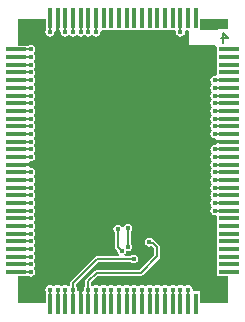
<source format=gbl>
G04*
G04 #@! TF.GenerationSoftware,Altium Limited,Altium Designer,21.7.2 (23)*
G04*
G04 Layer_Physical_Order=4*
G04 Layer_Color=16711680*
%FSAX44Y44*%
%MOMM*%
G71*
G04*
G04 #@! TF.SameCoordinates,C9C54BCD-4748-4C39-804F-1EAF98C739E5*
G04*
G04*
G04 #@! TF.FilePolarity,Positive*
G04*
G01*
G75*
%ADD12C,0.1500*%
%ADD13R,1.8000X0.3500*%
%ADD14R,0.3500X1.8000*%
%ADD21C,0.2000*%
%ADD22C,0.4500*%
G36*
X00920750Y00589997D02*
X00912252D01*
Y00589000D01*
X00898020Y00589000D01*
X00896750Y00590270D01*
Y00598500D01*
X00920750D01*
Y00589997D01*
D02*
G37*
G36*
X00777500Y00588500D02*
X00778374D01*
X00779180Y00587518D01*
X00779176Y00587500D01*
X00779467Y00586037D01*
X00780296Y00584796D01*
X00781537Y00583968D01*
X00783000Y00583677D01*
X00784463Y00583968D01*
X00785403Y00584596D01*
X00786250Y00584718D01*
X00787097Y00584596D01*
X00788037Y00583968D01*
X00789500Y00583677D01*
X00790963Y00583968D01*
X00791903Y00584596D01*
X00792750Y00584718D01*
X00793597Y00584596D01*
X00794537Y00583968D01*
X00796000Y00583677D01*
X00797463Y00583968D01*
X00798403Y00584596D01*
X00799250Y00584718D01*
X00800097Y00584596D01*
X00801037Y00583968D01*
X00802500Y00583677D01*
X00803963Y00583968D01*
X00804903Y00584596D01*
X00805750Y00584718D01*
X00806597Y00584596D01*
X00807537Y00583968D01*
X00809000Y00583677D01*
X00810463Y00583968D01*
X00811703Y00584796D01*
X00812532Y00586037D01*
X00812823Y00587500D01*
X00812777Y00587730D01*
X00813820Y00589000D01*
X00817480D01*
X00818750Y00589000D01*
Y00589000D01*
X00818750D01*
Y00589000D01*
X00823980D01*
X00825250Y00589000D01*
Y00589000D01*
X00825250D01*
Y00589000D01*
X00830480D01*
X00831750Y00589000D01*
Y00589000D01*
X00831750D01*
Y00589000D01*
X00836980D01*
X00838250Y00589000D01*
Y00589000D01*
X00838250D01*
Y00589000D01*
X00843480D01*
X00844750Y00589000D01*
Y00589000D01*
X00844750D01*
Y00589000D01*
X00849980D01*
X00851250Y00589000D01*
Y00589000D01*
X00851250D01*
Y00589000D01*
X00856480D01*
X00857750Y00589000D01*
Y00589000D01*
X00857750D01*
Y00589000D01*
X00862980D01*
X00864250Y00589000D01*
Y00589000D01*
X00864250D01*
Y00589000D01*
X00869480D01*
X00870750Y00589000D01*
Y00589000D01*
X00870750D01*
Y00589000D01*
X00875680D01*
X00876722Y00587730D01*
X00876676Y00587500D01*
X00876968Y00586037D01*
X00877796Y00584796D01*
X00879037Y00583968D01*
X00880500Y00583677D01*
X00881963Y00583968D01*
X00883204Y00584796D01*
X00884032Y00586037D01*
X00884323Y00587500D01*
X00884278Y00587730D01*
X00885320Y00589000D01*
X00886761D01*
X00888031Y00587730D01*
X00888031Y00576500D01*
X00910187Y00576500D01*
X00911250Y00575230D01*
Y00570770D01*
X00911250Y00569500D01*
X00911250D01*
Y00569500D01*
X00911250D01*
Y00564270D01*
X00911250Y00563000D01*
X00911250D01*
Y00563000D01*
X00911250D01*
Y00557770D01*
X00911250Y00556500D01*
X00911250D01*
Y00556500D01*
X00911250D01*
Y00551570D01*
X00909980Y00550528D01*
X00909750Y00550574D01*
X00908287Y00550283D01*
X00907046Y00549454D01*
X00906218Y00548214D01*
X00905927Y00546750D01*
X00906218Y00545287D01*
X00906846Y00544347D01*
X00906968Y00543500D01*
X00906846Y00542653D01*
X00906218Y00541713D01*
X00905927Y00540250D01*
X00906218Y00538787D01*
X00906846Y00537847D01*
X00906968Y00537000D01*
X00906846Y00536153D01*
X00906218Y00535213D01*
X00905927Y00533750D01*
X00906218Y00532287D01*
X00906846Y00531347D01*
X00906968Y00530500D01*
X00906846Y00529653D01*
X00906218Y00528713D01*
X00905927Y00527250D01*
X00906218Y00525787D01*
X00906846Y00524847D01*
X00906968Y00524000D01*
X00906846Y00523153D01*
X00906218Y00522213D01*
X00905927Y00520750D01*
X00906218Y00519287D01*
X00906846Y00518347D01*
X00906968Y00517500D01*
X00906846Y00516653D01*
X00906218Y00515713D01*
X00905927Y00514250D01*
X00906218Y00512787D01*
X00906846Y00511847D01*
X00906968Y00511000D01*
X00906846Y00510153D01*
X00906218Y00509213D01*
X00905927Y00507750D01*
X00906218Y00506287D01*
X00906846Y00505347D01*
X00906968Y00504500D01*
X00906846Y00503653D01*
X00906218Y00502713D01*
X00905927Y00501250D01*
X00906218Y00499787D01*
X00907046Y00498547D01*
X00908287Y00497718D01*
X00909750Y00497427D01*
X00909768Y00497430D01*
X00910750Y00496625D01*
Y00495750D01*
X00921750D01*
Y00493750D01*
X00910750D01*
Y00492876D01*
X00909768Y00492070D01*
X00909750Y00492074D01*
X00908287Y00491783D01*
X00907046Y00490954D01*
X00906218Y00489713D01*
X00905927Y00488250D01*
X00906218Y00486787D01*
X00906846Y00485847D01*
X00906968Y00485000D01*
X00906846Y00484153D01*
X00906218Y00483213D01*
X00905927Y00481750D01*
X00906218Y00480287D01*
X00906846Y00479347D01*
X00906968Y00478500D01*
X00906846Y00477653D01*
X00906218Y00476713D01*
X00905927Y00475250D01*
X00906218Y00473787D01*
X00906846Y00472847D01*
X00906968Y00472000D01*
X00906846Y00471153D01*
X00906218Y00470213D01*
X00905927Y00468750D01*
X00906218Y00467287D01*
X00906846Y00466347D01*
X00906968Y00465500D01*
X00906846Y00464653D01*
X00906218Y00463713D01*
X00905927Y00462250D01*
X00906218Y00460787D01*
X00906846Y00459847D01*
X00906968Y00459000D01*
X00906846Y00458153D01*
X00906218Y00457213D01*
X00905927Y00455750D01*
X00906218Y00454287D01*
X00906846Y00453347D01*
X00906968Y00452500D01*
X00906846Y00451653D01*
X00906218Y00450713D01*
X00905927Y00449250D01*
X00906218Y00447787D01*
X00906846Y00446847D01*
X00906968Y00446000D01*
X00906846Y00445153D01*
X00906218Y00444213D01*
X00905927Y00442750D01*
X00906218Y00441287D01*
X00906846Y00440347D01*
X00906968Y00439500D01*
X00906846Y00438653D01*
X00906218Y00437713D01*
X00905927Y00436250D01*
X00906218Y00434787D01*
X00907046Y00433546D01*
X00908287Y00432718D01*
X00909750Y00432427D01*
X00909980Y00432472D01*
X00911250Y00431430D01*
Y00427770D01*
X00911250Y00426500D01*
X00911250D01*
Y00426500D01*
X00911250D01*
Y00421270D01*
X00911250Y00420000D01*
X00911250D01*
Y00420000D01*
X00911250D01*
Y00414770D01*
X00911250Y00413500D01*
X00911250D01*
Y00413500D01*
X00911250D01*
Y00408270D01*
X00911250Y00407000D01*
X00911250D01*
Y00407000D01*
X00911250D01*
Y00401770D01*
X00911250Y00400500D01*
X00911250D01*
Y00400500D01*
X00911250D01*
Y00395270D01*
X00911250Y00394000D01*
X00911250D01*
Y00394000D01*
X00911250D01*
Y00388770D01*
X00911250Y00387500D01*
X00911250D01*
Y00387500D01*
X00911250D01*
Y00381000D01*
X00920750D01*
Y00358500D01*
X00896750D01*
Y00368000D01*
X00891820D01*
X00890778Y00369270D01*
X00890824Y00369500D01*
X00890533Y00370963D01*
X00889704Y00372203D01*
X00888463Y00373032D01*
X00887000Y00373323D01*
X00885537Y00373032D01*
X00884297Y00372203D01*
X00883204D01*
X00881963Y00373032D01*
X00880500Y00373323D01*
X00879037Y00373032D01*
X00877797Y00372203D01*
X00876704D01*
X00875463Y00373032D01*
X00874000Y00373323D01*
X00872537Y00373032D01*
X00871597Y00372404D01*
X00870750Y00372282D01*
X00869903Y00372404D01*
X00868963Y00373032D01*
X00867500Y00373323D01*
X00866037Y00373032D01*
X00864797Y00372203D01*
X00863704D01*
X00862463Y00373032D01*
X00861000Y00373323D01*
X00859537Y00373032D01*
X00858297Y00372203D01*
X00857204D01*
X00855963Y00373032D01*
X00854500Y00373323D01*
X00853037Y00373032D01*
X00851797Y00372203D01*
X00850704D01*
X00849463Y00373032D01*
X00848000Y00373323D01*
X00846537Y00373032D01*
X00845297Y00372203D01*
X00844204D01*
X00842963Y00373032D01*
X00841500Y00373323D01*
X00840037Y00373032D01*
X00838797Y00372203D01*
X00837704D01*
X00836463Y00373032D01*
X00835000Y00373323D01*
X00833537Y00373032D01*
X00832297Y00372203D01*
X00831204D01*
X00829963Y00373032D01*
X00828500Y00373323D01*
X00827037Y00373032D01*
X00825797Y00372203D01*
X00824704D01*
X00823463Y00373032D01*
X00822000Y00373323D01*
X00820537Y00373032D01*
X00819297Y00372203D01*
X00818204D01*
X00816963Y00373032D01*
X00815500Y00373323D01*
X00814037Y00373032D01*
X00812796Y00372203D01*
X00811704D01*
X00810463Y00373032D01*
X00809000Y00373323D01*
X00807537Y00373032D01*
X00806296Y00372203D01*
X00805992Y00372229D01*
X00805049Y00372622D01*
Y00375444D01*
X00810806Y00381201D01*
X00847250D01*
X00848225Y00381395D01*
X00849052Y00381948D01*
X00862802Y00395698D01*
X00863355Y00396525D01*
X00863549Y00397500D01*
Y00405250D01*
X00863355Y00406225D01*
X00862802Y00407052D01*
X00859015Y00410840D01*
X00858188Y00411393D01*
X00857389Y00411551D01*
X00856954Y00412204D01*
X00855713Y00413032D01*
X00854250Y00413323D01*
X00852787Y00413032D01*
X00851546Y00412204D01*
X00850718Y00410963D01*
X00850427Y00409500D01*
X00850718Y00408037D01*
X00851546Y00406796D01*
X00852787Y00405968D01*
X00854250Y00405677D01*
X00855713Y00405968D01*
X00856291Y00406354D01*
X00858451Y00404194D01*
Y00398556D01*
X00846194Y00386299D01*
X00809750D01*
X00808775Y00386105D01*
X00807948Y00385552D01*
X00800698Y00378302D01*
X00800145Y00377475D01*
X00799951Y00376500D01*
Y00372307D01*
X00799797Y00372203D01*
X00798968Y00370963D01*
X00798677Y00369500D01*
X00798680Y00369482D01*
X00797875Y00368500D01*
X00797000D01*
Y00357500D01*
X00795000D01*
Y00368500D01*
X00794126D01*
X00793320Y00369482D01*
X00793324Y00369500D01*
X00793032Y00370963D01*
X00792204Y00372203D01*
X00792049Y00372307D01*
Y00373894D01*
X00810959Y00392804D01*
X00838111D01*
X00838215Y00392650D01*
X00839455Y00391821D01*
X00840918Y00391530D01*
X00842381Y00391821D01*
X00843622Y00392650D01*
X00844451Y00393890D01*
X00844742Y00395353D01*
X00844451Y00396816D01*
X00843622Y00398057D01*
X00842381Y00398886D01*
X00840918Y00399177D01*
X00839455Y00398886D01*
X00838215Y00398057D01*
X00838111Y00397902D01*
X00833529D01*
X00833144Y00399172D01*
X00833704Y00399546D01*
X00834532Y00400787D01*
X00834806Y00402164D01*
X00836000Y00401927D01*
X00837463Y00402218D01*
X00838704Y00403046D01*
X00839532Y00404287D01*
X00839823Y00405750D01*
X00839532Y00407213D01*
X00838704Y00408454D01*
X00838549Y00408557D01*
Y00418693D01*
X00838704Y00418796D01*
X00839532Y00420037D01*
X00839823Y00421500D01*
X00839532Y00422963D01*
X00838704Y00424204D01*
X00837463Y00425032D01*
X00836000Y00425323D01*
X00834537Y00425032D01*
X00833296Y00424204D01*
X00832468Y00422963D01*
X00832323Y00422235D01*
X00831076Y00422214D01*
X00831026Y00422223D01*
X00830204Y00423454D01*
X00828963Y00424282D01*
X00827500Y00424573D01*
X00826037Y00424282D01*
X00824796Y00423454D01*
X00823968Y00422213D01*
X00823677Y00420750D01*
X00823968Y00419287D01*
X00824796Y00418046D01*
X00824951Y00417943D01*
Y00405750D01*
X00825145Y00404775D01*
X00825698Y00403948D01*
X00827213Y00402432D01*
X00827177Y00402250D01*
X00827468Y00400787D01*
X00828296Y00399546D01*
X00828856Y00399172D01*
X00828471Y00397902D01*
X00809904D01*
X00808928Y00397708D01*
X00808101Y00397156D01*
X00787698Y00376752D01*
X00787145Y00375925D01*
X00786951Y00374950D01*
Y00372622D01*
X00786008Y00372229D01*
X00785704Y00372203D01*
X00784463Y00373032D01*
X00783000Y00373323D01*
X00781537Y00373032D01*
X00780296Y00372203D01*
X00779204D01*
X00777963Y00373032D01*
X00776500Y00373323D01*
X00775037Y00373032D01*
X00773796Y00372203D01*
X00772704D01*
X00771463Y00373032D01*
X00770000Y00373323D01*
X00768537Y00373032D01*
X00767296Y00372203D01*
X00766468Y00370963D01*
X00766177Y00369500D01*
X00766468Y00368037D01*
X00766750Y00367614D01*
Y00358500D01*
X00742750D01*
Y00381000D01*
X00751864D01*
X00752287Y00380717D01*
X00753750Y00380426D01*
X00755213Y00380717D01*
X00756454Y00381546D01*
X00757282Y00382786D01*
X00757573Y00384250D01*
X00757282Y00385713D01*
X00756654Y00386653D01*
X00756532Y00387500D01*
X00756654Y00388346D01*
X00757282Y00389286D01*
X00757573Y00390750D01*
X00757282Y00392213D01*
X00756654Y00393153D01*
X00756532Y00394000D01*
X00756654Y00394846D01*
X00757282Y00395787D01*
X00757573Y00397250D01*
X00757282Y00398713D01*
X00756654Y00399653D01*
X00756532Y00400500D01*
X00756654Y00401347D01*
X00757282Y00402286D01*
X00757573Y00403750D01*
X00757282Y00405213D01*
X00756654Y00406153D01*
X00756532Y00407000D01*
X00756654Y00407846D01*
X00757282Y00408787D01*
X00757573Y00410250D01*
X00757282Y00411713D01*
X00756654Y00412653D01*
X00756532Y00413500D01*
X00756654Y00414347D01*
X00757282Y00415286D01*
X00757573Y00416750D01*
X00757282Y00418213D01*
X00756654Y00419153D01*
X00756532Y00420000D01*
X00756654Y00420847D01*
X00757282Y00421786D01*
X00757573Y00423250D01*
X00757282Y00424713D01*
X00756654Y00425653D01*
X00756532Y00426500D01*
X00756654Y00427347D01*
X00757282Y00428287D01*
X00757573Y00429750D01*
X00757282Y00431213D01*
X00756654Y00432153D01*
X00756532Y00433000D01*
X00756654Y00433847D01*
X00757282Y00434787D01*
X00757573Y00436250D01*
X00757282Y00437713D01*
X00756654Y00438653D01*
X00756532Y00439500D01*
X00756654Y00440347D01*
X00757282Y00441287D01*
X00757573Y00442750D01*
X00757282Y00444213D01*
X00756654Y00445153D01*
X00756532Y00446000D01*
X00756654Y00446847D01*
X00757282Y00447787D01*
X00757573Y00449250D01*
X00757282Y00450713D01*
X00756654Y00451653D01*
X00756532Y00452500D01*
X00756654Y00453347D01*
X00757282Y00454287D01*
X00757573Y00455750D01*
X00757282Y00457213D01*
X00756654Y00458153D01*
X00756532Y00459000D01*
X00756654Y00459847D01*
X00757282Y00460787D01*
X00757573Y00462250D01*
X00757282Y00463713D01*
X00756654Y00464653D01*
X00756532Y00465500D01*
X00756654Y00466347D01*
X00757282Y00467287D01*
X00757573Y00468750D01*
X00757282Y00470213D01*
X00756454Y00471453D01*
X00755213Y00472282D01*
X00753750Y00472573D01*
X00753732Y00472570D01*
X00752750Y00473375D01*
Y00474250D01*
X00741750D01*
Y00476250D01*
X00752750D01*
Y00477124D01*
X00753732Y00477930D01*
X00753750Y00477926D01*
X00755213Y00478217D01*
X00756454Y00479046D01*
X00757282Y00480287D01*
X00757573Y00481750D01*
X00757282Y00483213D01*
X00756654Y00484153D01*
X00756532Y00485000D01*
X00756654Y00485847D01*
X00757282Y00486787D01*
X00757573Y00488250D01*
X00757282Y00489713D01*
X00756654Y00490653D01*
X00756532Y00491500D01*
X00756654Y00492347D01*
X00757282Y00493287D01*
X00757573Y00494750D01*
X00757282Y00496213D01*
X00756654Y00497153D01*
X00756532Y00498000D01*
X00756654Y00498847D01*
X00757282Y00499787D01*
X00757573Y00501250D01*
X00757282Y00502713D01*
X00756654Y00503653D01*
X00756532Y00504500D01*
X00756654Y00505347D01*
X00757282Y00506287D01*
X00757573Y00507750D01*
X00757282Y00509213D01*
X00756654Y00510153D01*
X00756532Y00511000D01*
X00756654Y00511847D01*
X00757282Y00512787D01*
X00757573Y00514250D01*
X00757282Y00515713D01*
X00756654Y00516653D01*
X00756532Y00517500D01*
X00756654Y00518347D01*
X00757282Y00519287D01*
X00757573Y00520750D01*
X00757282Y00522213D01*
X00756654Y00523153D01*
X00756532Y00524000D01*
X00756654Y00524847D01*
X00757282Y00525787D01*
X00757573Y00527250D01*
X00757282Y00528713D01*
X00756654Y00529653D01*
X00756532Y00530500D01*
X00756654Y00531347D01*
X00757282Y00532287D01*
X00757573Y00533750D01*
X00757282Y00535213D01*
X00756654Y00536153D01*
X00756532Y00537000D01*
X00756654Y00537847D01*
X00757282Y00538787D01*
X00757573Y00540250D01*
X00757282Y00541713D01*
X00756654Y00542653D01*
X00756532Y00543500D01*
X00756654Y00544347D01*
X00757282Y00545287D01*
X00757573Y00546750D01*
X00757282Y00548213D01*
X00756654Y00549153D01*
X00756532Y00550000D01*
X00756654Y00550847D01*
X00757282Y00551787D01*
X00757573Y00553250D01*
X00757282Y00554713D01*
X00756654Y00555653D01*
X00756532Y00556500D01*
X00756654Y00557347D01*
X00757282Y00558287D01*
X00757573Y00559750D01*
X00757282Y00561213D01*
X00756654Y00562153D01*
X00756532Y00563000D01*
X00756654Y00563847D01*
X00757282Y00564787D01*
X00757573Y00566250D01*
X00757282Y00567713D01*
X00756654Y00568653D01*
X00756532Y00569500D01*
X00756654Y00570347D01*
X00757282Y00571287D01*
X00757573Y00572750D01*
X00757282Y00574213D01*
X00756454Y00575454D01*
X00755213Y00576282D01*
X00753750Y00576573D01*
X00752287Y00576282D01*
X00751864Y00576000D01*
X00742750D01*
Y00598500D01*
X00766750D01*
Y00589386D01*
X00766467Y00588963D01*
X00766176Y00587500D01*
X00766467Y00586037D01*
X00767296Y00584796D01*
X00768537Y00583968D01*
X00770000Y00583677D01*
X00771463Y00583968D01*
X00772703Y00584796D01*
X00773532Y00586037D01*
X00773823Y00587500D01*
X00773820Y00587518D01*
X00774625Y00588500D01*
X00775500D01*
Y00599500D01*
X00777500D01*
Y00588500D01*
D02*
G37*
D12*
X00916751Y00578000D02*
Y00586997D01*
X00921250Y00582499D01*
X00915252D01*
D13*
X00741750Y00566250D02*
D03*
Y00572750D02*
D03*
Y00559750D02*
D03*
Y00546750D02*
D03*
Y00553250D02*
D03*
Y00533750D02*
D03*
Y00540250D02*
D03*
Y00520750D02*
D03*
Y00527250D02*
D03*
Y00507750D02*
D03*
Y00514250D02*
D03*
Y00494750D02*
D03*
Y00501250D02*
D03*
Y00481750D02*
D03*
Y00488250D02*
D03*
Y00397250D02*
D03*
Y00390750D02*
D03*
Y00410250D02*
D03*
Y00403750D02*
D03*
Y00423250D02*
D03*
Y00416750D02*
D03*
Y00436250D02*
D03*
Y00429750D02*
D03*
Y00449250D02*
D03*
Y00442750D02*
D03*
Y00462250D02*
D03*
Y00455750D02*
D03*
Y00468750D02*
D03*
Y00475250D02*
D03*
Y00384250D02*
D03*
X00921750Y00572750D02*
D03*
Y00481750D02*
D03*
Y00488250D02*
D03*
Y00501250D02*
D03*
Y00494750D02*
D03*
Y00514250D02*
D03*
Y00507750D02*
D03*
Y00527250D02*
D03*
Y00520750D02*
D03*
Y00540250D02*
D03*
Y00533750D02*
D03*
Y00553250D02*
D03*
Y00546750D02*
D03*
Y00566250D02*
D03*
Y00559750D02*
D03*
Y00468750D02*
D03*
Y00475250D02*
D03*
Y00455750D02*
D03*
Y00462250D02*
D03*
Y00442750D02*
D03*
Y00449250D02*
D03*
Y00429750D02*
D03*
Y00436250D02*
D03*
Y00416750D02*
D03*
Y00423250D02*
D03*
Y00403750D02*
D03*
Y00410250D02*
D03*
Y00397250D02*
D03*
Y00384250D02*
D03*
Y00390750D02*
D03*
D14*
X00867500Y00357500D02*
D03*
X00874000D02*
D03*
X00887000D02*
D03*
X00880500D02*
D03*
X00893500D02*
D03*
X00854500D02*
D03*
X00861000D02*
D03*
X00841500D02*
D03*
X00848000D02*
D03*
X00828500D02*
D03*
X00835000D02*
D03*
X00815500D02*
D03*
X00822000D02*
D03*
X00802500D02*
D03*
X00809000D02*
D03*
X00789500D02*
D03*
X00796000D02*
D03*
X00783000D02*
D03*
X00770000D02*
D03*
X00776500D02*
D03*
X00887000Y00599500D02*
D03*
X00893500D02*
D03*
X00880500D02*
D03*
X00867500D02*
D03*
X00874000D02*
D03*
X00854500D02*
D03*
X00861000D02*
D03*
X00841500D02*
D03*
X00848000D02*
D03*
X00828500D02*
D03*
X00835000D02*
D03*
X00815500D02*
D03*
X00822000D02*
D03*
X00802500D02*
D03*
X00809000D02*
D03*
X00770000D02*
D03*
X00783000D02*
D03*
X00776500D02*
D03*
X00789500D02*
D03*
X00796000D02*
D03*
D21*
X00854250Y00397000D02*
Y00403500D01*
Y00409500D02*
X00854712Y00409038D01*
X00857212D01*
X00847000Y00389750D02*
X00854250Y00397000D01*
X00809250Y00389750D02*
X00847000D01*
X00857212Y00409038D02*
X00861000Y00405250D01*
Y00397500D02*
Y00405250D01*
X00847250Y00383750D02*
X00861000Y00397500D01*
X00809750Y00383750D02*
X00847250D01*
X00841500Y00357500D02*
Y00369500D01*
X00848000Y00357500D02*
Y00369500D01*
X00854500Y00357500D02*
Y00369500D01*
X00861000Y00357500D02*
Y00369500D01*
X00867500Y00357500D02*
Y00369500D01*
X00874000Y00357500D02*
Y00369500D01*
X00880500Y00357500D02*
Y00369500D01*
X00887000Y00357500D02*
Y00369500D01*
X00809904Y00395353D02*
X00840918D01*
X00789500Y00374950D02*
X00809904Y00395353D01*
X00789500Y00369500D02*
Y00374950D01*
X00796000Y00376500D02*
X00809250Y00389750D01*
X00802500Y00376500D02*
X00809750Y00383750D01*
X00796000Y00357500D02*
Y00376500D01*
X00802500Y00357500D02*
Y00376500D01*
X00827500Y00405750D02*
X00831000Y00402250D01*
X00827500Y00405750D02*
Y00420750D01*
X00789500Y00587500D02*
Y00599500D01*
X00783000Y00587500D02*
Y00599500D01*
X00776500Y00587500D02*
Y00599500D01*
X00770000Y00587500D02*
Y00599500D01*
X00809000Y00587500D02*
Y00599500D01*
X00802500Y00587500D02*
Y00599500D01*
X00796000Y00587500D02*
Y00599500D01*
X00880500Y00587500D02*
Y00599500D01*
X00909750Y00540250D02*
X00921750D01*
X00909750Y00546750D02*
X00921750D01*
X00909750Y00514250D02*
X00921750D01*
X00909750Y00520750D02*
X00921750D01*
X00909750Y00527250D02*
X00921750D01*
X00909750Y00533750D02*
X00921750D01*
X00909750Y00488250D02*
X00921750D01*
X00909750Y00494750D02*
X00921750D01*
X00909750Y00501250D02*
X00921750D01*
X00909750Y00507750D02*
X00921750D01*
X00909750Y00462250D02*
X00921750D01*
X00909750Y00468750D02*
X00921750D01*
X00909750Y00475250D02*
X00921750D01*
X00909750Y00481750D02*
X00921750D01*
X00909750Y00436250D02*
X00921750D01*
X00909750Y00442750D02*
X00921750D01*
X00909750Y00449250D02*
X00921750D01*
X00909750Y00455750D02*
X00921750D01*
X00822000Y00357500D02*
Y00369500D01*
X00828500Y00357500D02*
Y00369500D01*
X00835000Y00357500D02*
Y00369500D01*
X00809000Y00357500D02*
Y00369500D01*
X00815500Y00357500D02*
Y00369500D01*
X00789500Y00357500D02*
Y00369500D01*
X00770000Y00357500D02*
Y00369500D01*
X00776500Y00357500D02*
Y00369500D01*
X00783000Y00357500D02*
Y00369500D01*
X00741750Y00390750D02*
X00753750D01*
X00741750Y00384250D02*
X00753750D01*
X00741750Y00416750D02*
X00753750D01*
X00741750Y00410250D02*
X00753750D01*
X00741750Y00403750D02*
X00753750D01*
X00741750Y00397250D02*
X00753750D01*
X00741750Y00442750D02*
X00753750D01*
X00741750Y00436250D02*
X00753750D01*
X00741750Y00429750D02*
X00753750D01*
X00741750Y00423250D02*
X00753750D01*
X00741750Y00468750D02*
X00753750D01*
X00741750Y00462250D02*
X00753750D01*
X00741750Y00455750D02*
X00753750D01*
X00741750Y00449250D02*
X00753750D01*
X00741750Y00494750D02*
X00753750D01*
X00741750Y00488250D02*
X00753750D01*
X00741750Y00481750D02*
X00753750D01*
X00741750Y00475250D02*
X00753750D01*
X00741750Y00520750D02*
X00753750D01*
X00741750Y00514250D02*
X00753750D01*
X00741750Y00507750D02*
X00753750D01*
X00741750Y00501250D02*
X00753750D01*
X00741750Y00546750D02*
X00753750D01*
X00741750Y00540250D02*
X00753750D01*
X00741750Y00533750D02*
X00753750D01*
X00741750Y00527250D02*
X00753750D01*
X00741750Y00553250D02*
X00753750D01*
X00741750Y00559750D02*
X00753750D01*
X00741750Y00566250D02*
X00753750D01*
X00741750Y00572750D02*
X00753750D01*
X00836000Y00405750D02*
Y00421500D01*
D22*
X00761750Y00579500D02*
D03*
X00763000Y00376000D02*
D03*
X00910750Y00593500D02*
D03*
X00902750Y00377500D02*
D03*
X00854250Y00403500D02*
D03*
Y00409500D02*
D03*
X00841500Y00369500D02*
D03*
X00848000D02*
D03*
X00854500D02*
D03*
X00861000D02*
D03*
X00867500D02*
D03*
X00874000D02*
D03*
X00880500D02*
D03*
X00887000D02*
D03*
X00840918Y00395353D02*
D03*
X00831000Y00402250D02*
D03*
X00827500Y00420750D02*
D03*
X00789500Y00369500D02*
D03*
X00836000Y00421500D02*
D03*
Y00405750D02*
D03*
X00828500Y00369500D02*
D03*
X00835000D02*
D03*
X00822000D02*
D03*
X00796000D02*
D03*
X00783000D02*
D03*
X00753750Y00416750D02*
D03*
Y00410250D02*
D03*
Y00403750D02*
D03*
Y00397250D02*
D03*
Y00390750D02*
D03*
Y00384250D02*
D03*
Y00423250D02*
D03*
Y00429750D02*
D03*
Y00436250D02*
D03*
Y00442750D02*
D03*
Y00449250D02*
D03*
Y00455750D02*
D03*
Y00462250D02*
D03*
Y00468750D02*
D03*
Y00475250D02*
D03*
Y00481750D02*
D03*
Y00488250D02*
D03*
Y00494750D02*
D03*
Y00501250D02*
D03*
Y00507750D02*
D03*
Y00514250D02*
D03*
Y00520750D02*
D03*
X00809000Y00587500D02*
D03*
X00753750Y00527250D02*
D03*
Y00533750D02*
D03*
Y00540250D02*
D03*
Y00546750D02*
D03*
Y00553250D02*
D03*
X00909750Y00501250D02*
D03*
X00753750Y00559750D02*
D03*
Y00566250D02*
D03*
Y00572750D02*
D03*
X00783000Y00587500D02*
D03*
X00776500D02*
D03*
X00770000D02*
D03*
X00789500D02*
D03*
X00796000D02*
D03*
X00802500D02*
D03*
X00909750Y00468750D02*
D03*
X00880500Y00587500D02*
D03*
X00770000Y00369500D02*
D03*
X00776500D02*
D03*
X00815500D02*
D03*
X00809000D02*
D03*
X00802500D02*
D03*
X00909750Y00527250D02*
D03*
Y00533750D02*
D03*
Y00540250D02*
D03*
Y00546750D02*
D03*
Y00507750D02*
D03*
Y00514250D02*
D03*
Y00520750D02*
D03*
Y00475250D02*
D03*
Y00481750D02*
D03*
Y00488250D02*
D03*
Y00494750D02*
D03*
Y00449250D02*
D03*
Y00455750D02*
D03*
Y00462250D02*
D03*
Y00436250D02*
D03*
Y00442750D02*
D03*
M02*

</source>
